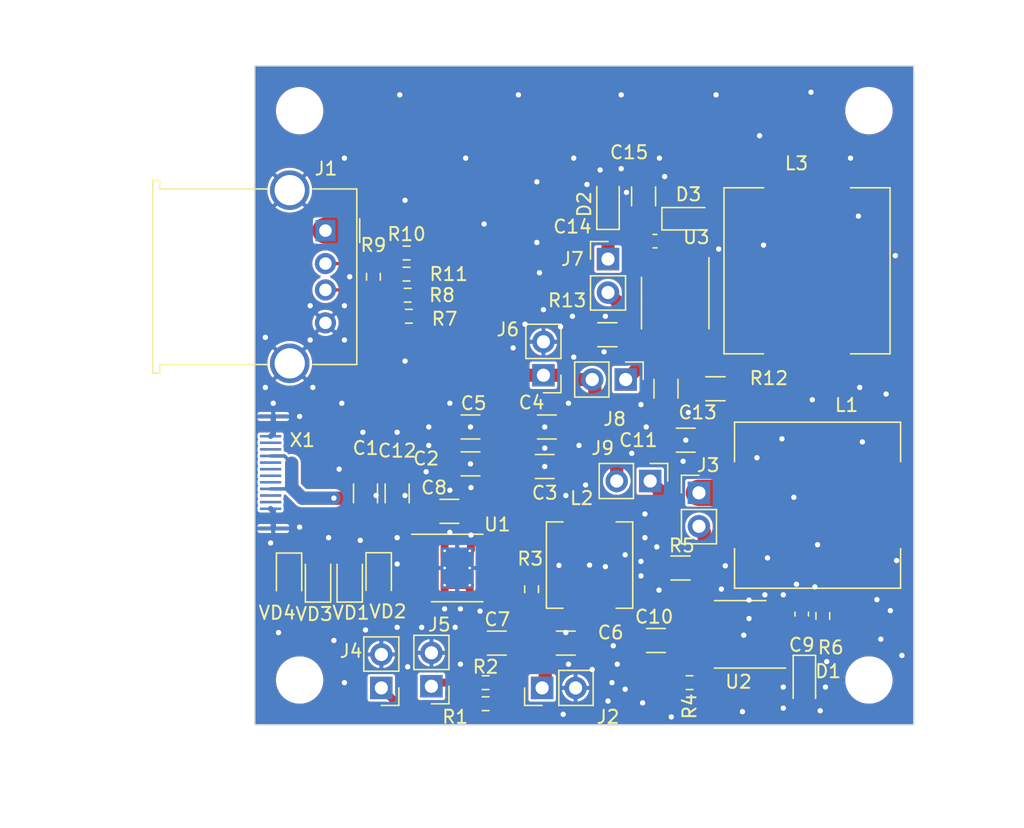
<source format=kicad_pcb>
(kicad_pcb (version 20221018) (generator pcbnew)
  (layers (0 "F.Cu" signal) (31 "B.Cu" signal) (34 "B.Paste" user) (35 "F.Paste" user) (36 "B.SilkS" user "B.Silkscreen") (37 "F.SilkS" user "F.Silkscreen") (38 "B.Mask" user) (39 "F.Mask" user) (44 "Edge.Cuts" user))
  (net 0 "")
  (net 1 "VBUS")
  (net 2 "GND")
  (net 3 "+5VP")
  (net 4 "Net-(J2-Pin_1)")
  (net 5 "Net-(U1-BAT)")
  (net 6 "Net-(U2-TC)")
  (net 7 "Net-(J3-Pin_1)")
  (net 8 "Net-(D1-K)")
  (net 9 "Net-(J4-Pin_1)")
  (net 10 "Net-(J3-Pin_2)")
  (net 11 "Net-(U1-SW)")
  (net 12 "Net-(U1-KEY)")
  (net 13 "Net-(U2-Ipk)")
  (net 14 "Net-(U1-LED3)")
  (net 15 "Net-(U1-LED1)")
  (net 16 "Net-(U1-LED2)")
  (net 17 "Net-(J1-D-)")
  (net 18 "Net-(J1-D+)")
  (net 35 "Net-(J5-Pin_1)")
  (net 37 "Net-(J9-Pin_1)")
  (net 38 "Net-(J8-Pin_1)")
  (net 39 "Net-(U3-TC)")
  (net 40 "Net-(D3-A)")
  (net 41 "Net-(D2-K)")
  (net 42 "Net-(J7-Pin_2)")
  (net 43 "Net-(U3-Ipk)")
  (footprint "Resistor_SMD:R_1206_3216Metric_Pad1.30x1.75mm_HandSolder" (layer "F.Cu") (at 63.95 41.3 180)
    (fp_text reference "R12")
    (fp_text value "0.15")
  )
  (footprint "Capacitor_SMD:C_1206_3216Metric_Pad1.33x1.80mm_HandSolder" (layer "F.Cu") (at 51.1625 44.2)
    (fp_text reference "C4")
    (fp_text value "22")
  )
  (footprint "Resistor_SMD:R_0603_1608Metric_Pad0.98x0.95mm_HandSolder" (layer "F.Cu") (at 40.5125 31)
    (fp_text reference "R10")
    (fp_text value "0.5")
  )
  (footprint "MountingHole:MountingHole_3.2mm_M3" (layer "F.Cu") (at 75.6 63.4)
    (fp_text reference "REF**" hide)
    (fp_text value "MountingHole_3.2mm_M3")
  )
  (footprint "Connector_PinHeader_2.54mm:PinHeader_1x02_P2.54mm_Vertical" (layer "F.Cu") (at 55.8 31.46)
    (fp_text reference "J7")
    (fp_text value "Conn_01x02")
  )
  (footprint "Smartphone_Fluovisor:FPC_12" (layer "F.Cu") (at 30.2 47.65 90)
    (fp_text reference "X1")
    (fp_text value "USB_C_24pins" hide)
  )
  (footprint "Package_SO:SOIC-8_3.9x4.9mm_P1.27mm" (layer "F.Cu") (at 60.9 34.8 -90)
    (fp_text reference "U3")
    (fp_text value "SC33063AD")
  )
  (footprint "Resistor_SMD:R_1206_3216Metric_Pad1.30x1.75mm_HandSolder" (layer "F.Cu") (at 55.75 37.2 180)
    (fp_text reference "R13")
    (fp_text value "0.33")
  )
  (footprint "Capacitor_SMD:C_1206_3216Metric_Pad1.33x1.80mm_HandSolder" (layer "F.Cu") (at 52.6 60.6)
    (fp_text reference "C6")
    (fp_text value "22")
  )
  (footprint "LED_SMD:LED_0805_2012Metric_Pad1.15x1.40mm_HandSolder" (layer "F.Cu") (at 36.2 55.625 90)
    (fp_text reference "VD1")
    (fp_text value "LED")
  )
  (footprint "Diode_SMD:D_SOD-323_HandSoldering" (layer "F.Cu") (at 55.8 27.2 90)
    (fp_text reference "D2")
    (fp_text value "1N5819WS")
  )
  (footprint "Resistor_SMD:R_1206_3216Metric_Pad1.30x1.75mm_HandSolder" (layer "F.Cu") (at 61.3 54.9 180)
    (fp_text reference "R5")
    (fp_text value "0.33")
  )
  (footprint "Capacitor_SMD:C_1206_3216Metric_Pad1.33x1.80mm_HandSolder" (layer "F.Cu") (at 60.2 41.3 -90)
    (fp_text reference "C13")
    (fp_text value "22")
  )
  (footprint "Capacitor_SMD:C_1206_3216Metric_Pad1.33x1.80mm_HandSolder" (layer "F.Cu") (at 39.8 49.2375 90)
    (fp_text reference "C12")
    (fp_text value "22")
  )
  (footprint "Capacitor_SMD:C_1206_3216Metric_Pad1.33x1.80mm_HandSolder" (layer "F.Cu") (at 43.7625 50.6)
    (fp_text reference "C8")
    (fp_text value "22")
  )
  (footprint "Connector_PinHeader_2.54mm:PinHeader_1x02_P2.54mm_Vertical" (layer "F.Cu") (at 50.9 40.275 180)
    (fp_text reference "J6")
    (fp_text value "Conn_01x02" hide)
  )
  (footprint "Capacitor_SMD:C_1206_3216Metric_Pad1.33x1.80mm_HandSolder" (layer "F.Cu") (at 45.3625 47 180)
    (fp_text reference "C2")
    (fp_text value "22")
  )
  (footprint "Resistor_SMD:R_0603_1608Metric_Pad0.98x0.95mm_HandSolder" (layer "F.Cu") (at 46.5125 63.6 180)
    (fp_text reference "R2")
    (fp_text value "10K")
  )
  (footprint "Package_SO:SOIC-8_3.9x4.9mm_P1.27mm" (layer "F.Cu") (at 65.825 59.935 180)
    (fp_text reference "U2")
    (fp_text value "SC33063AD" hide)
  )
  (footprint "Connector_PinHeader_2.54mm:PinHeader_1x02_P2.54mm_Vertical" (layer "F.Cu") (at 57.14 40.6 -90)
    (fp_text reference "J8")
    (fp_text value "Conn_01x02_Pin")
  )
  (footprint "Capacitor_SMD:C_1206_3216Metric_Pad1.33x1.80mm_HandSolder" (layer "F.Cu") (at 59.4375 60.4 180)
    (fp_text reference "C10")
    (fp_text value "22")
  )
  (footprint "Resistor_SMD:R_0603_1608Metric_Pad0.98x0.95mm_HandSolder" (layer "F.Cu") (at 50 56.5125 -90)
    (fp_text reference "R3")
    (fp_text value "0.5")
  )
  (footprint "Capacitor_SMD:C_1206_3216Metric_Pad1.33x1.80mm_HandSolder" (layer "F.Cu") (at 61.7 45.2 180)
    (fp_text reference "C11")
    (fp_text value "22")
  )
  (footprint "Capacitor_SMD:C_1206_3216Metric_Pad1.33x1.80mm_HandSolder" (layer "F.Cu") (at 51 47.2)
    (fp_text reference "C3")
    (fp_text value "22")
  )
  (footprint "Resistor_SMD:R_0603_1608Metric_Pad0.98x0.95mm_HandSolder" (layer "F.Cu") (at 72.1 58.535 90)
    (fp_text reference "R6")
    (fp_text value "10k")
  )
  (footprint "Connector_PinHeader_2.54mm:PinHeader_1x02_P2.54mm_Vertical" (layer "F.Cu") (at 62.7 49.195)
    (fp_text reference "J3")
    (fp_text value "Conn_01x02" hide)
  )
  (footprint "Capacitor_SMD:C_1206_3216Metric_Pad1.33x1.80mm_HandSolder" (layer "F.Cu") (at 45.3625 44.2 180)
    (fp_text reference "C5")
    (fp_text value "22")
  )
  (footprint "Connector_PinHeader_2.54mm:PinHeader_1x02_P2.54mm_Vertical" (layer "F.Cu") (at 38.6 64 180)
    (fp_text reference "J4")
    (fp_text value "Conn_01x02_Pin" hide)
  )
  (footprint "Capacitor_SMD:C_1206_3216Metric_Pad1.33x1.80mm_HandSolder" (layer "F.Cu") (at 47.3625 60.6 180)
    (fp_text reference "C7")
    (fp_text value "22")
  )
  (footprint "Inductor_SMD:L_12x12mm_H8mm" (layer "F.Cu") (at 71.7 50.135 180)
    (fp_text reference "L1")
    (fp_text value "1")
  )
  (footprint "LED_SMD:LED_0805_2012Metric_Pad1.15x1.40mm_HandSolder" (layer "F.Cu") (at 31.6 55.625 -90)
    (fp_text reference "VD4")
    (fp_text value "LED")
  )
  (footprint "MountingHole:MountingHole_3.2mm_M3" (layer "F.Cu") (at 32.4 20.2)
    (fp_text reference "REF**" hide)
    (fp_text value "MountingHole_3.2mm_M3")
  )
  (footprint "LED_SMD:LED_0805_2012Metric_Pad1.15x1.40mm_HandSolder" (layer "F.Cu") (at 38.4 55.6 -90)
    (fp_text reference "VD2")
    (fp_text value "LED")
  )
  (footprint "MountingHole:MountingHole_3.2mm_M3" (layer "F.Cu") (at 75.6 20.2)
    (fp_text reference "REF**" hide)
    (fp_text value "MountingHole_3.2mm_M3")
  )
  (footprint "Capacitor_SMD:C_0603_1608Metric_Pad1.08x0.95mm_HandSolder" (layer "F.Cu") (at 59.3625 30.1 180)
    (fp_text reference "C14")
    (fp_text value "2n2")
  )
  (footprint "Inductor_SMD:L_12x12mm_H8mm" (layer "F.Cu") (at 70.9 32.35 90)
    (fp_text reference "L3")
    (fp_text value "1")
  )
  (footprint "Resistor_SMD:R_0603_1608Metric_Pad0.98x0.95mm_HandSolder" (layer "F.Cu") (at 46.5125 65.2 180)
    (fp_text reference "R1")
    (fp_text value "20")
  )
  (footprint "Inductor_SMD:L_Vishay_IHLP-2525" (layer "F.Cu") (at 54.4 54.679 -90)
    (fp_text reference "L2")
    (fp_text value "1")
  )
  (footprint "LED_SMD:LED_0805_2012Metric_Pad1.15x1.40mm_HandSolder" (layer "F.Cu") (at 33.8 55.625 90)
    (fp_text reference "VD3")
    (fp_text value "LED")
  )
  (footprint "Resistor_SMD:R_0603_1608Metric_Pad0.98x0.95mm_HandSolder" (layer "F.Cu") (at 40.6 34.2 180)
    (fp_text reference "R8")
    (fp_text value "0.5")
  )
  (footprint "Capacitor_SMD:C_0603_1608Metric_Pad1.08x0.95mm_HandSolder" (layer "F.Cu") (at 70.5 58.3975 90)
    (fp_text reference "C9")
    (fp_text value "2n2")
  )
  (footprint "MountingHole:MountingHole_3.2mm_M3" (layer "F.Cu") (at 32.4 63.4)
    (fp_text reference "REF**" hide)
    (fp_text value "MountingHole_3.2mm_M3")
  )
  (footprint "Package_SO:HSOP-8-1EP_3.9x4.9mm_P1.27mm_EP2.41x3.1mm_ThermalVias" (layer "F.Cu") (at 44.355 54.9)
    (fp_text reference "U1")
    (fp_text value "~")
  )
  (footprint "Resistor_SMD:R_0603_1608Metric_Pad0.98x0.95mm_HandSolder" (layer "F.Cu") (at 40.5125 32.6 180)
    (fp_text reference "R11")
    (fp_text value "0.5")
  )
  (footprint "Diode_SMD:D_SOD-323_HandSoldering" (layer "F.Cu") (at 61.9 28.4)
    (fp_text reference "D3")
    (fp_text value "1N5819WS")
  )
  (footprint "Connector_PinHeader_2.54mm:PinHeader_1x02_P2.54mm_Vertical" (layer "F.Cu") (at 59 48.3 -90)
    (fp_text reference "J9")
    (fp_text value "Conn_01x02_Pin")
  )
  (footprint "Capacitor_SMD:C_1206_3216Metric_Pad1.33x1.80mm_HandSolder" (layer "F.Cu") (at 58.5 26.7 90)
    (fp_text reference "C15")
    (fp_text value "22")
  )
  (footprint "Resistor_SMD:R_0603_1608Metric_Pad0.98x0.95mm_HandSolder" (layer "F.Cu") (at 61.9875 63.6 180)
    (fp_text reference "R4")
    (fp_text value "0.15")
  )
  (footprint "Connector_PinHeader_2.54mm:PinHeader_1x02_P2.54mm_Vertical" (layer "F.Cu") (at 42.4 63.875 180)
    (fp_text reference "J5")
    (fp_text value "Conn_01x02_Pin" hide)
  )
  (footprint "Resistor_SMD:R_0603_1608Metric_Pad0.98x0.95mm_HandSolder" (layer "F.Cu") (at 38 32.8 -90)
    (fp_text reference "R9")
    (fp_text value "0.5")
  )
  (footprint "Resistor_SMD:R_0603_1608Metric_Pad0.98x0.95mm_HandSolder" (layer "F.Cu") (at 40.6875 35.8)
    (fp_text reference "R7")
    (fp_text value "0.5")
  )
  (footprint "Capacitor_SMD:C_1206_3216Metric_Pad1.33x1.80mm_HandSolder" (layer "F.Cu") (at 37.4 49.2375 90)
    (fp_text reference "C1")
    (fp_text value "22")
  )
  (footprint "Connector_USB:USB_A_Molex_67643_Horizontal" (layer "F.Cu") (at 34.36 29.3 -90)
    (fp_text reference "J1")
    (fp_text value "USB_A")
  )
  (footprint "Diode_SMD:D_SOD-323_HandSoldering" (layer "F.Cu") (at 70.7 63.535 -90)
    (fp_text reference "D1")
    (fp_text value "1N5819WS")
  )
  (footprint "Connector_PinHeader_2.54mm:PinHeader_1x02_P2.54mm_Vertical" (layer "F.Cu") (at 50.8 64 90)
    (fp_text reference "J2")
    (fp_text value "Conn_01x02_Pin" hide)
  )
  (gr_rect (start 29 16.8) (end 79 66.8) (stroke (width 0.1)) (fill none) (layer "Edge.Cuts"))
  (segment (start 35 49.6) (end 36.2 49.6) (width 1) (layer "F.Cu") (net 1))
  (segment (start 31.3 48.9) (end 30.2 48.9) (width 0.25) (layer "F.Cu") (net 1))
  (segment (start 31.8 48.8) (end 32.6 49.6) (width 1) (layer "F.Cu") (net 1))
  (segment (start 39.8 50.8) (end 42 50.8) (width 1) (layer "F.Cu") (net 1))
  (segment (start 42.2 52.5) (end 42.2 50.6) (width 1) (layer "F.Cu") (net 1))
  (segment (start 31.8 48.4) (end 31.8 48.8) (width 1) (layer "F.Cu") (net 1))
  (segment (start 36.2 49.6) (end 37.4 50.8) (width 1) (layer "F.Cu") (net 1))
  (segment (start 30.2 46.4) (end 31.25 46.4) (width 0.25) (layer "F.Cu") (net 1))
  (segment (start 41.705 52.995) (end 42.2 52.5) (width 0.6) (layer "F.Cu") (net 1))
  (segment (start 37.4 50.8) (end 39.8 50.8) (width 1) (layer "F.Cu") (net 1))
  (segment (start 31.25 46.4) (end 31.8 46.95) (width 0.25) (layer "F.Cu") (net 1))
  (segment (start 32.6 49.6) (end 36.2 49.6) (width 1) (layer "F.Cu") (net 1))
  (segment (start 42 50.8) (end 42.2 50.6) (width 1) (layer "F.Cu") (net 1))
  (segment (start 41.705 50.8) (end 39.8 50.8) (width 1) (layer "F.Cu") (net 1))
  (segment (start 31.8 48.4) (end 31.8 46.95) (width 1) (layer "F.Cu") (net 1))
  (segment (start 31.8 48.4) (end 31.3 48.9) (width 0.25) (layer "F.Cu") (net 1))
  (via (at 35 49.6) (size 0.8) (drill 0.4) (layers "F.Cu" "B.Cu") (net 1))
  (segment (start 31.8 48.4) (end 31.6 48.6) (width 0.25) (layer "B.Cu") (net 1))
  (segment (start 31.3 48.9) (end 30.2 48.9) (width 0.25) (layer "B.Cu") (net 1))
  (segment (start 31.6 48.6) (end 31.3 48.9) (width 0.25) (layer "B.Cu") (net 1))
  (segment (start 31.25 46.4) (end 31.8 46.95) (width 0.25) (layer "B.Cu") (net 1))
  (segment (start 32.6 49.6) (end 31.8 48.8) (width 1) (layer "B.Cu") (net 1))
  (segment (start 35 49.6) (end 32.6 49.6) (width 1) (layer "B.Cu") (net 1))
  (segment (start 30.2 46.4) (end 31.25 46.4) (width 0.25) (layer "B.Cu") (net 1))
  (segment (start 31.8 46.95) (end 31.8 48.4) (width 0.25) (layer "B.Cu") (net 1))
  (segment (start 31.8 48.8) (end 31.8 46.95) (width 1) (layer "B.Cu") (net 1))
  (segment (start 43.4 53.6) (end 43.4 53.945) (width 0.6) (layer "F.Cu") (net 2))
  (segment (start 30.4 43.4) (end 30.4 44.7) (width 0.4) (layer "F.Cu") (net 2))
  (segment (start 43.4 58) (end 43.4 56.2) (width 0.6) (layer "F.Cu") (net 2))
  (segment (start 45.31 53.945) (end 44.355 54.9) (width 0.6) (layer "F.Cu") (net 2))
  (segment (start 46.090077 58.173953) (end 45.31 57.393876) (width 0.6) (layer "F.Cu") (net 2))
  (segment (start 45.31 53.6) (end 45.31 54.9) (width 0.6) (layer "F.Cu") (net 2))
  (segment (start 30.4 44.7) (end 30.2 44.9) (width 0.4) (layer "F.Cu") (net 2))
  (segment (start 45.4 52.4) (end 45.4 53.51) (width 0.6) (layer "F.Cu") (net 2))
  (segment (start 45.31 54.9) (end 45.31 56.2) (width 0.6) (layer "F.Cu") (net 2))
  (segment (start 43.8 52.2) (end 43.4 52.6) (width 0.6) (layer "F.Cu") (net 2))
  (segment (start 45.31 56.2) (end 43.4 56.2) (width 0.6) (layer "F.Cu") (net 2))
  (segment (start 30.4 51.9) (end 30.4 50.6) (width 0.4) (layer "F.Cu") (net 2))
  (segment (start 45.31 53.6) (end 45.31 53.945) (width 0.6) (layer "F.Cu") (net 2))
  (segment (start 43.4 56.2) (end 43.4 54.9) (width 0.6) (layer "F.Cu") (net 2))
  (segment (start 45.31 57.393876) (end 45.31 56.2) (width 0.6) (layer "F.Cu") (net 2))
  (segment (start 43.4 54.9) (end 43.4 53.6) (width 0.6) (layer "F.Cu") (net 2))
  (segment (start 43.4 52.6) (end 43.4 53.6) (width 0.6) (layer "F.Cu") (net 2))
  (segment (start 45.4 53.51) (end 45.31 53.6) (width 0.6) (layer "F.Cu") (net 2))
  (segment (start 30.4 50.6) (end 30.2 50.4) (width 0.4) (layer "F.Cu") (net 2))
  (segment (start 43.4 53.945) (end 44.355 54.9) (width 0.6) (layer "F.Cu") (net 2))
  (via (at 74.2 23.8) (size 0.8) (drill 0.4) (layers "F.Cu" "B.Cu") (net 2))
  (via (at 44.6 62.2) (size 0.8) (drill 0.4) (layers "F.Cu" "B.Cu") (net 2))
  (via (at 70.1 56.135) (size 0.8) (drill 0.4) (layers "F.Cu" "B.Cu") (net 2))
  (via (at 33.2 35) (size 0.8) (drill 0.4) (layers "F.Cu" "B.Cu") (net 2))
  (via (at 35.8 63.6) (size 0.8) (drill 0.4) (layers "F.Cu" "B.Cu") (net 2))
  (via (at 58.3 42.5) (size 0.8) (drill 0.4) (layers "F.Cu" "B.Cu") (net 2))
  (via (at 33.4 41.2) (size 0.8) (drill 0.4) (layers "F.Cu" "B.Cu") (net 2))
  (via (at 59.7 23.8) (size 0.8) (drill 0.4) (layers "F.Cu" "B.Cu") (net 2))
  (via (at 45.3625 44.2) (size 0.8) (drill 0.4) (layers "F.Cu" "B.Cu") (net 2))
  (via (at 66.5 57.335) (size 0.8) (drill 0.4) (layers "F.Cu" "B.Cu") (net 2))
  (via (at 44.2 59.4) (size 0.8) (drill 0.4) (layers "F.Cu" "B.Cu") (net 2))
  (via (at 45.4 48.8) (size 0.8) (drill 0.4) (layers "F.Cu" "B.Cu") (net 2))
  (via (at 51 47.2) (size 0.8) (drill 0.4) (layers "F.Cu" "B.Cu") (net 2))
  (via (at 37.4 59.6) (size 0.8) (drill 0.4) (layers "F.Cu" "B.Cu") (net 2))
  (via (at 56.8 19) (size 0.8) (drill 0.4) (layers "F.Cu" "B.Cu") (net 2))
  (via (at 58.3 54.4) (size 0.8) (drill 0.4) (layers "F.Cu" "B.Cu") (net 2))
  (via (at 30.4 42.4) (size 0.8) (drill 0.4) (layers "F.Cu" "B.Cu") (net 2))
  (via (at 35.8 35) (size 0.8) (drill 0.4) (layers "F.Cu" "B.Cu") (net 2))
  (via (at 61.9 43.1) (size 0.8) (drill 0.4) (layers "F.Cu" "B.Cu") (net 2))
  (via (at 58.425 65.135) (size 0.8) (drill 0.4) (layers "F.Cu" "B.Cu") (net 2))
  (via (at 72.3 63.935) (size 0.8) (drill 0.4) (layers "F.Cu" "B.Cu") (net 2))
  (via (at 53.2 38.9) (size 0.8) (drill 0.4) (layers "F.Cu" "B.Cu") (net 2))
  (via (at 56.5 62.2) (size 0.8) (drill 0.4) (layers "F.Cu" "B.Cu") (net 2))
  (via (at 39.8 54.6) (size 0.8) (drill 0.4) (layers "F.Cu" "B.Cu") (net 2))
  (via (at 59.667766 56.5755) (size 0.8) (drill 0.4) (layers "F.Cu" "B.Cu") (net 2))
  (via (at 77.6 31.2) (size 0.8) (drill 0.4) (layers "F.Cu" "B.Cu") (net 2))
  (via (at 53.6 45.6) (size 0.8) (drill 0.4) (layers "F.Cu" "B.Cu") (net 2))
  (via (at 46.4 28.8) (size 0.8) (drill 0.4) (layers "F.Cu" "B.Cu") (net 2))
  (via (at 74.8 28.2) (size 0.8) (drill 0.4) (layers "F.Cu" "B.Cu") (net 2))
  (via (at 60.1 25.2) (size 0.8) (drill 0.4) (layers "F.Cu" "B.Cu") (net 2))
  (via (at 74.9 41.2) (size 0.8) (drill 0.4) (layers "F.Cu" "B.Cu") (net 2))
  (via (at 67.3 22.1) (size 0.8) (drill 0.4) (layers "F.Cu" "B.Cu") (net 2))
  (via (at 33.2 37.6) (size 0.8) (drill 0.4) (layers "F.Cu" "B.Cu") (net 2))
  (via (at 71.3 42.135) (size 0.8) (drill 0.4) (layers "F.Cu" "B.Cu") (net 2))
  (via (at 34.6 52.6) (size 0.8) (drill 0.4) (layers "F.Cu" "B.Cu") (net 2))
  (via (at 71.9 65.735) (size 0.8) (drill 0.4) (layers "F.Cu" "B.Cu") (net 2))
  (via (at 67.7 56.935) (size 0.8) (drill 0.4) (layers "F.Cu" "B.Cu") (net 2))
  (via (at 77.7 54.335) (size 0.8) (drill 0.4) (layers "F.Cu" "B.Cu") (net 2))
  (via (at 40.4 49.4) (size 0.8) (drill 0.4) (layers "F.Cu" "B.Cu") (net 2))
  (via (at 69.9 49.535) (size 0.8) (drill 0.4) (layers "F.Cu" "B.Cu") (net 2))
  (via (at 71.5 56.335) (size 0.8) (drill 0.4) (layers "F.Cu" "B.Cu") (net 2))
  (via (at 61.5 46.8) (size 0.8) (drill 0.4) (layers "F.Cu" "B.Cu") (net 2))
  (via (at 59.5 53.3) (size 0.8) (drill 0.4) (layers "F.Cu" "B.Cu") (net 2))
  (via (at 52.6 49.4) (size 0.8) (drill 0.4) (layers "F.Cu" "B.Cu") (net 2))
  (via (at 52.080675 54.703168) (size 0.8) (drill 0.4) (layers "F.Cu" "B.Cu") (net 2))
  (via (at 72.4 62) (size 0.8) (drill 0.4) (layers "F.Cu" "B.Cu") (net 2))
  (via (at 69.1 63.935) (size 0.8) (drill 0.4) (layers "F.Cu" "B.Cu") (net 2))
  (via (at 67.6 30.4) (size 0.8) (drill 0.4) (layers "F.Cu" "B.Cu") (net 2))
  (via (at 57.1 53.9) (size 0.8) (drill 0.4) (layers "F.Cu" "B.Cu") (net 2))
  (via (at 39.8 52.6) (size 0.8) (drill 0.4) (layers "F.Cu" "B.Cu") (net 2))
  (via (at 38.2 49.4) (size 0.8) (drill 0.4) (layers "F.Cu" "B.Cu") (net 2))
  (via (at 42 47.6) (size 0.8) (drill 0.4) (layers "F.Cu" "B.Cu") (net 2))
  (via (at 40.6 62.4) (size 0.8) (drill 0.4) (layers "F.Cu" "B.Cu") (net 2))
  (via (at 71.7 53.135) (size 0.8) (drill 0.4) (layers "F.Cu" "B.Cu") (net 2))
  (via (at 51 44.2) (size 0.8) (drill 0.4) (layers "F.Cu" "B.Cu") (net 2))
  (via (at 37 52.8) (size 0.8) (drill 0.4) (layers "F.Cu" "B.Cu") (net 2))
  (via (at 50.4 30.2) (size 0.8) (drill 0.4) (layers "F.Cu" "B.Cu") (net 2))
  (via (at 66 65.8) (size 0.8) (drill 0.4) (layers "F.Cu" "B.Cu") (net 2))
  (via (at 32.4 43.4) (size 0.8) (drill 0.4) (layers "F.Cu" "B.Cu") (net 2))
  (via (at 54.6 62.6) (size 0.8) (drill 0.4) (layers "F.Cu" "B.Cu") (net 2))
  (via (at 64.4 56.5) (size 0.8) (drill 0.4) (layers "F.Cu" "B.Cu") (net 2))
  (via (at 53.1 35.8) (size 0.8) (drill 0.4) (layers "F.Cu" "B.Cu") (net 2))
  (via (at 55.6 35.8) (size 0.8) (drill 0.4) (layers "F.Cu" "B.Cu") (net 2))
  (via (at 50.9 35.3) (size 0.8) (drill 0.4) (layers "F.Cu" "B.Cu") (net 2))
  (via (at 77.225 58.135) (size 0.8) (drill 0.4) (layers "F.Cu" "B.Cu") (net 2))
  (via (at 52.4 66) (size 0.8) (drill 0.4) (layers "F.Cu" "B.Cu") (net 2))
  (via (at 56.2 60.8) (size 0.8) (drill 0.4) (layers "F.Cu" "B.Cu") (net 2))
  (via (at 53.2 23.8) (size 0.8) (drill 0.4) (layers "F.Cu" "B.Cu") (net 2))
  (via (at 36.2 32.8) (size 0.8) (drill 0.4) (layers "F.Cu" "B.Cu") (net 2))
  (via (at 52.2 36.6) (size 0.8) (drill 0.4) (layers "F.Cu" "B.Cu") (net 2))
  (via (at 58.6 50.8) (size 0.8) (drill 0.4) (layers "F.Cu" "B.Cu") (net 2))
  (via (at 76.5 60.3) (size 0.8) (drill 0.4) (layers "F.Cu" "B.Cu") (net 2))
  (via (at 45.4 52.4) (size 0.8) (drill 0.4) (layers "F.Cu" "B.Cu") (net 2))
  (via (at 46.090077 58.173953) (size 0.8) (drill 0.4) (layers "F.Cu" "B.Cu") (net 2))
  (via (at 67.1 46.535) (size 0.8) (drill 0.4) (layers "F.Cu" "B.Cu") (net 2))
  (via (at 44.6 58) (size 0.8) (drill 0.4) (layers "F.Cu" "B.Cu") (net 2))
  (via (at 43.8 49) (size 0.8) (drill 0.4) (layers "F.Cu" "B.Cu") (net 2))
  (via (at 58.3 55.5) (size 0.8) (drill 0.4) (layers "F.Cu" "B.Cu") (net 2))
  (via (at 57.2 26.4) (size 0.8) (drill 0.4) (layers "F.Cu" "B.Cu") (net 2))
  (via (at 39.8 44.6) (size 0.8) (drill 0.4) (layers "F.Cu" "B.Cu") (net 2))
  (via (at 64.2 30.7) (size 0.8) (drill 0.4) (layers "F.Cu" "B.Cu") (net 2))
  (via (at 56.8 24.6) (size 0.8) (drill 0.4) (layers "F.Cu" "B.Cu") (net 2))
  (via (at 37.2 44.6) (size 0.8) (drill 0.4) (layers "F.Cu" "B.Cu") (net 2))
  (via (at 52.6 59.8) (size 0.8) (drill 0.4) (layers "F.Cu" "B.Cu") (net 2))
  (via (at 69.1 56.935) (size 0.8) (drill 0.4) (layers "F.Cu" "B.Cu") (net 2))
  (via (at 35.8 23.8) (size 0.8) (drill 0.4) (layers "F.Cu" "B.Cu") (net 2))
  (via (at 30.2 53) (size 0.8) (drill 0.4) (layers "F.Cu" "B.Cu") (net 2))
  (via (at 42.2 44.2) (size 0.8) (drill 0.4) (layers "F.Cu" "B.Cu") (net 2))
  (via (at 67.9 54.135) (size 0.8) (drill 0.4) (layers "F.Cu" "B.Cu") (net 2))
  (via (at 54.4 54.679) (size 0.8) (drill 0.4) (layers "F.Cu" "B.Cu") (net 2))
  (via (at 60.6 66.2) (size 0.8) (drill 0.4) (layers "F.Cu" "B.Cu") (net 2))
  (via (at 66.5 58.735) (size 0.8) (drill 0.4) (layers "F.Cu" "B.Cu") (net 2))
  (via (at 29.8 41.2) (size 0.8) (drill 0.4) (layers "F.Cu" "B.Cu") (net 2))
  (via (at 55.5 38.5) (size 0.8) (drill 0.4) (layers "F.Cu" "B.Cu") (net 2))
  (via (at 55.8 65) (size 0.8) (drill 0.4) (layers "F.Cu" "B.Cu") (net 2))
  (via (at 52.8 42.4) (size 0.8) (drill 0.4) (layers "F.Cu" "B.Cu") (net 2))
  (via (at 32.4 51.8) (size 0.8) (drill 0.4) (layers "F.Cu" "B.Cu") (net 2))
  (via (at 43.8 42.4) (size 0.8) (drill 0.4) (layers "F.Cu" "B.Cu") (net 2))
  (via (at 35 60.4) (size 0.8) (drill 0.4) (layers "F.Cu" "B.Cu") (net 2))
  (via (at 41.662015 59.405426) (size 0.8) (drill 0.4) (layers "F.Cu" "B.Cu") (net 2))
  (via (at 75.1 45.335) (size 0.8) (drill 0.4) (layers "F.Cu" "B.Cu") (net 2))
  (via (at 61.7 45.2) (size 0.8) (drill 0.4) (layers "F.Cu" "B.Cu") (net 2))
  (via (at 49.5 36.4) (size 0.8) (drill 0.4) (layers "F.Cu" "B.Cu") (net 2))
  (via (at 69.1 65.535) (size 0.8) (drill 0.4) (layers "F.Cu" "B.Cu") (net 2))
  (via (at 54.1 48.6) (size 0.8) (drill 0.4) (layers "F.Cu" "B.Cu") (net 2))
  (via (at 57.6 46.2) (size 0.8) (drill 0.4) (layers "F.Cu" "B.Cu") (net 2))
  (via (at 64.7 54.735) (size 0.8) (drill 0.4) (layers "F.Cu" "B.Cu") (net 2))
  (via (at 29.8 37.4) (size 0.8) (drill 0.4) (layers "F.Cu" "B.Cu") (net 2))
  (via (at 78.1 61.535) (size 0.8) (drill 0.4) (layers "F.Cu" "B.Cu") (net 2))
  (via (at 76.2 57.3) (size 0.8) (drill 0.4) (layers "F.Cu" "B.Cu") (net 2))
  (via (at 58.7 44.2) (size 0.8) (drill 0.4) (layers "F.Cu" "B.Cu") (net 2))
  (via (at 40.4 39.2) (size 0.8) (drill 0.4) (layers "F.Cu" "B.Cu") (net 2))
  (via (at 57.1 64.1) (size 0.8) (drill 0.4) (layers "F.Cu" "B.Cu") (net 2))
  (via (at 40 19) (size 0.8) (drill 0.4) (layers "F.Cu" "B.Cu") (net 2))
  (via (at 45 23.8) (size 0.8) (drill 0.4) (layers "F.Cu" "B.Cu") (net 2))
  (via (at 45.3625 47) (size 0.8) (drill 0.4) (layers "F.Cu" "B.Cu") (net 2))
  (via (at 52.8 62.2) (size 0.8) (drill 0.4) (layers "F.Cu" "B.Cu") (net 2))
  (via (at 49 19) (size 0.8) (drill 0.4) (layers "F.Cu" "B.Cu") (net 2))
  (via (at 35.6 42.4) (size 0.8) (drill 0.4) (layers "F.Cu" "B.Cu") (net 2))
  (via (at 55.6 54.8) (size 0.8) (drill 0.4) (layers "F.Cu" "B.Cu") (net 2))
  (via (at 30.8 59.8) (size 0.8) (drill 0.4) (layers "F.Cu" "B.Cu") (net 2))
  (via (at 39.8 59.4) (size 0.8) (drill 0.4) (layers "F.Cu" "B.Cu") (net 2))
  (via (at 69 45.1) (size 0.8) (drill 0.4) (layers "F.Cu" "B.Cu") (net 2))
  (via (at 66.1 60) (size 0.8) (drill 0.4) (layers "F.Cu" "B.Cu") (net 2))
  (via (at 58.6 52.6) (size 0.8) (drill 0.4) (layers "F.Cu" "B.Cu") (net 2))
  (via (at 35.8 37.6) (size 0.8) (drill 0.4) (layers "F.Cu" "B.Cu") (net 2))
  (via (at 55.2 24.7) (size 0.8) (drill 0.4) (layers "F.Cu" "B.Cu") (net 2))
  (via (at 56.1 63.6) (size 0.8) (drill 0.4) (layers "F.Cu" "B.Cu") (net 2))
  (via (at 54.2 25.8) (size 0.8) (drill 0.4) (layers "F.Cu" "B.Cu") (net 2))
  (via (at 71.2 18.8) (size 0.8) (drill 0.4) (layers "F.Cu" "B.Cu") (net 2))
  (via (at 42.2 45.6) (size 0.8) (drill 0.4) (layers "F.Cu" "B.Cu") (net 2))
  (via (at 64 19) (size 0.8) (drill 0.4) (layers "F.Cu" "B.Cu") (net 2))
  (via (at 51 45.8) (size 0.8) (drill 0.4) (layers "F.Cu" "B.Cu") (net 2))
  (via (at 40.4 27) (size 0.8) (drill 0.4) (layers "F.Cu" "B.Cu") (net 2))
  (via (at 50.6 32.5) (size 0.8) (drill 0.4) (layers "F.Cu" "B.Cu") (net 2))
  (via (at 43.4 58) (size 0.8) (drill 0.4) (layers "F.Cu" "B.Cu") (net 2))
  (via (at 50.4 25.6) (size 0.8) (drill 0.4) (layers "F.Cu" "B.Cu") (net 2))
  (via (at 48.6 38.2) (size 0.8) (drill 0.4) (layers "F.Cu" "B.Cu") (net 2))
  (via (at 35.4 47.4) (size 0.8) (drill 0.4) (layers "F.Cu" "B.Cu") (net 2))
  (via (at 76.9 41.7) (size 0.8) (drill 0.4) (layers "F.Cu" "B.Cu") (net 2))
  (via (at 43.8 52.2) (size 0.8) (drill 0.4) (layers "F.Cu" "B.Cu") (net 2))
  (segment (start 30.4 50.6) (end 30.2 50.4) (width 0.4) (layer "B.Cu") (net 2))
  (segment (start 30.4 44.7) (end 30.2 44.9) (width 0.4) (layer "B.Cu") (net 2))
  (segment (start 30.4 43.4) (end 30.4 44.7) (width 0.4) (layer "B.Cu") (net 2))
  (segment (start 30.4 51.9) (end 30.4 50.6) (width 0.4) (layer "B.Cu") (net 2))
  (segment (start 47.005 52.995) (end 47.8 52.2) (width 0.6) (layer "F.Cu") (net 3))
  (segment (start 47.8 52.2) (end 47.8 47.875) (width 1) (layer "F.Cu") (net 3))
  (segment (start 48.2 40.4) (end 48.2 42.4) (width 1) (layer "F.Cu") (net 3))
  (segment (start 48.2 44) (end 48.4 44.2) (width 1) (layer "F.Cu") (net 3))
  (segment (start 54.8 40.8) (end 54.6 40.6) (width 1) (layer "F.Cu") (net 3))
  (segment (start 43.4 35.6) (end 44.8875 37.0875) (width 2) (layer "F.Cu") (net 3))
  (segment (start 53.1 40.6) (end 54.6 40.6) (width 1) (layer "F.Cu") (net 3))
  (segment (start 56.46 48.3) (end 56.46 47.06) (width 1) (layer "F.Cu") (net 3))
  (segment (start 50.9 40.275) (end 48.325 40.275) (width 1) (layer "F.Cu") (net 3))
  (segment (start 49.2375 47) (end 49.4375 47.2) (width 1) (layer "F.Cu") (net 3))
  (segment (start 38 29.3) (end 34.36 29.3) (width 2) (layer "F.Cu") (net 3))
  (segment (start 48.4 44.2) (end 49.6 44.2) (width 1) (layer "F.Cu") (net 3))
  (segment (start 43.2 35.8) (end 43.4 35.6) (width 0.3) (layer "F.Cu") (net 3))
  (segment (start 44.4 36.6) (end 44.8875 37.0875) (width 0.25) (layer "F.Cu") (net 3))
  (segment (start 48.325 40.275) (end 48.2 40.4) (width 1) (layer "F.Cu") (net 3))
  (segment (start 38.025 29.325) (end 38 29.3) (width 0.25) (layer "F.Cu") (net 3))
  (segment (start 42.5 29.3) (end 43.4 30.2) (width 2) (layer "F.Cu") (net 3))
  (segment (start 41.4 29.3) (end 42.5 29.3) (width 2) (layer "F.Cu") (net 3))
  (segment (start 43.4 30.2) (end 43.4 35.6) (width 2) (layer "F.Cu") (net 3))
  (segment (start 41.625 35.8) (end 43.2 35.8) (width 0.3) (layer "F.Cu") (net 3))
  (segment (start 48.2 40.4) (end 44.8875 37.0875) (width 2) (layer "F.Cu") (net 3))
  (segment (start 54.8 45.4) (end 54.8 40.8) (width 1) (layer "F.Cu") (net 3))
  (segment (start 38 29.3) (end 41.4 29.3) (width 2) (layer "F.Cu") (net 3))
  (segment (start 52.775 40.275) (end 53.1 40.6) (width 1) (layer "F.Cu") (net 3))
  (segment (start 48.2 42.4) (end 48.2 44) (width 1) (layer "F.Cu") (net 3))
  (segment (start 46.925 47) (end 49.2375 47) (width 1) (layer "F.Cu") (net 3))
  (segment (start 46.925 44.2) (end 48.4 44.2) (width 1) (layer "F.Cu") (net 3))
  (segment (start 41.425 31) (end 41.425 29.325) (width 0.3) (layer "F.Cu") (net 3))
  (segment (start 56.46 47.06) (end 54.8 45.4) (width 1) (layer "F.Cu") (net 3))
  (segment (start 46.925 47) (end 46.925 44.2) (width 1) (layer "F.Cu") (net 3))
  (segment (start 47.8 47.875) (end 46.925 47) (width 1) (layer "F.Cu") (net 3))
  (segment (start 41.425 29.325) (end 41.4 29.3) (width 0.3) (layer "F.Cu") (net 3))
  (segment (start 50.9 40.275) (end 52.775 40.275) (width 1) (layer "F.Cu") (net 3))
  (segment (start 51.0375 58.7625) (end 52.2 57.6) (width 1) (layer "F.Cu") (net 4))
  (segment (start 51.0375 60.6) (end 51.0375 63.7625) (width 1) (layer "F.Cu") (net 4))
  (segment (start 51.0375 63.7625) (end 50.8 64) (width 1) (layer "F.Cu") (net 4))
  (segment (start 51.0375 60.6) (end 51.0375 58.7625) (width 1) (layer "F.Cu") (net 4))
  (segment (start 52.2 57.6) (end 50.175 57.6) (width 1) (layer "F.Cu") (net 4))
  (segment (start 50.175 57.6) (end 50 57.425) (width 1) (layer "F.Cu") (net 4))
  (segment (start 54.4 57.6) (end 52.2 57.6) (width 1) (layer "F.Cu") (net 4))
  (segment (start 50 55.6) (end 47.869999 55.6) (width 0.6) (layer "F.Cu") (net 5))
  (segment (start 48.925 60.6) (end 48.8 60.475) (width 0.6) (layer "F.Cu") (net 5))
  (segment (start 48.8 60.475) (end 48.8 55.6) (width 0.6) (layer "F.Cu") (net 5))
  (segment (start 47.869999 55.6) (end 47.804999 55.535) (width 0.6) (layer "F.Cu") (net 5))
  (segment (start 47.804999 55.535) (end 47.005 55.535) (width 0.6) (layer "F.Cu") (net 5))
  (segment (start 72.1 57.735) (end 72.1 57.942406) (width 0.6) (layer "F.Cu") (net 6))
  (segment (start 72.1 57.942406) (end 70.707406 59.335) (width 0.4) (layer "F.Cu") (net 6))
  (segment (start 70.46 59.3) (end 70.625 59.135) (width 0.6) (layer "F.Cu") (net 6))
  (segment (start 70.707406 59.335) (end 70.7 59.335) (width 0.6) (layer "F.Cu") (net 6))
  (segment (start 68.3 59.3) (end 70.46 59.3) (width 0.6) (layer "F.Cu") (net 6))
  (segment (start 64.7 49.195) (end 66.01 49.195) (width 2) (layer "F.Cu") (net 7))
  (segment (start 66.01 49.195) (end 66.75 49.935) (width 2) (layer "F.Cu") (net 7))
  (segment (start 62.7 49.195) (end 64.7 49.195) (width 2) (layer "F.Cu") (net 7))
  (segment (start 64.7 46.6375) (end 63.2625 45.2) (width 1) (layer "F.Cu") (net 7))
  (segment (start 64.7 49.195) (end 64.7 46.6375) (width 1) (layer "F.Cu") (net 7))
  (segment (start 73.3 60.535) (end 74.3 59.535) (width 2) (layer "F.Cu") (net 8))
  (segment (start 68.3 60.57) (end 70.5 60.57) (width 1) (layer "F.Cu") (net 8))
  (segment (start 74.45 59.385) (end 74.3 59.535) (width 2) (layer "F.Cu") (net 8))
  (segment (start 74.45 52.335) (end 74.45 59.385) (width 2) (layer "F.Cu") (net 8))
  (segment (start 74.3 52.335) (end 74.45 52.335) (width 1) (layer "F.Cu") (net 8))
  (segment (start 72.1 60.245) (end 72.1 59.36) (width 0.6) (layer "F.Cu") (net 8))
  (segment (start 74.45 52.335) (end 76.65 50.135) (width 2) (layer "F.Cu") (net 8))
  (segment (start 70.7 60.835) (end 70.5 60.635) (width 1) (layer "F.Cu") (net 8))
  (segment (start 72.39 60.535) (end 73.3 60.535) (width 1) (layer "F.Cu") (net 8))
  (segment (start 70.7 62.085) (end 70.7 60.835) (width 1) (layer "F.Cu") (net 8))
  (segment (start 70.5 60.57) (end 72.425 60.57) (width 1) (layer "F.Cu") (net 8))
  (segment (start 45.6 65.2) (end 45.575 65.225) (width 0.6) (layer "F.Cu") (net 9))
  (segment (start 45.575 65.225) (end 39.825 65.225) (width 0.6) (layer "F.Cu") (net 9))
  (segment (start 39.825 65.225) (end 38.6 64) (width 0.6) (layer "F.Cu") (net 9))
  (segment (start 62.9 56.0475) (end 62.9 57.58) (width 1) (layer "F.Cu") (net 10))
  (segment (start 62.85 54.9) (end 62.85 55.935) (width 1) (layer "F.Cu") (net 10))
  (segment (start 63.1 54.65) (end 62.85 54.9) (width 1) (layer "F.Cu") (net 10))
  (segment (start 62.9 57.58) (end 63.35 58.03) (width 0.6) (layer "F.Cu") (net 10))
  (segment (start 62.7 51.735) (end 63.1 52.135) (width 1) (layer "F.Cu") (net 10))
  (segment (start 63.1 52.135) (end 63.1 54.65) (width 1) (layer "F.Cu") (net 10))
  (segment (start 48.135 54.265) (end 47.005 54.265) (width 0.6) (layer "F.Cu") (net 11))
  (segment (start 50.642 51.758) (end 48.135 54.265) (width 0.6) (layer "F.Cu") (net 11))
  (segment (start 54.4 51.758) (end 50.642 51.758) (width 0.6) (layer "F.Cu") (net 11))
  (segment (start 47.425 57.225) (end 47.425 63.6) (width 0.5) (layer "F.Cu") (net 12))
  (segment (start 47.005 56.805) (end 47.425 57.225) (width 0.5) (layer "F.Cu") (net 12))
  (segment (start 47.425 63.6) (end 47.425 65.2) (width 0.5) (layer "F.Cu") (net 12))
  (segment (start 64.935 60.57) (end 65.8825 61.5175) (width 0.6) (layer "F.Cu") (net 13))
  (segment (start 65.8825 61.5175) (end 66.205 61.84) (width 0.6) (layer "F.Cu") (net 13))
  (segment (start 62.9 63.6) (end 63.8 63.6) (width 0.5) (layer "F.Cu") (net 13))
  (segment (start 63.8 63.6) (end 65.8825 61.5175) (width 0.5) (layer "F.Cu") (net 13))
  (segment (start 63.35 60.57) (end 64.935 60.57) (width 0.6) (layer "F.Cu") (net 13))
  (segment (start 66.205 61.84) (end 68.3 61.84) (width 0.6) (layer "F.Cu") (net 13))
  (segment (start 36.225 56.625) (end 36.2 56.65) (width 0.5) (layer "F.Cu") (net 14))
  (segment (start 38.58 56.805) (end 38.4 56.625) (width 0.5) (layer "F.Cu") (net 14))
  (segment (start 41.705 56.805) (end 38.58 56.805) (width 0.5) (layer "F.Cu") (net 14))
  (segment (start 36.2 56.65) (end 33.8 56.65) (width 0.5) (layer "F.Cu") (net 14))
  (segment (start 33.8 56.65) (end 31.6 56.65) (width 0.5) (layer "F.Cu") (net 14))
  (segment (start 38.4 56.625) (end 36.225 56.625) (width 0.5) (layer "F.Cu") (net 14))
  (segment (start 41.705 54.265) (end 40.665 54.265) (width 0.5) (layer "F.Cu") (net 15))
  (segment (start 39.375 53.6) (end 38.4 54.575) (width 0.5) (layer "F.Cu") (net 15))
  (segment (start 40.65 54.25) (end 40.65 54.247918) (width 0.5) (layer "F.Cu") (net 15))
  (segment (start 38.4 54.575) (end 36.225 54.575) (width 0.5) (layer "F.Cu") (net 15))
  (segment (start 40.002082 53.6) (end 39.375 53.6) (width 0.5) (layer "F.Cu") (net 15))
  (segment (start 40.665 54.265) (end 40.65 54.25) (width 0.5) (layer "F.Cu") (net 15))
  (segment (start 36.225 54.575) (end 36.2 54.6) (width 0.5) (layer "F.Cu") (net 15))
  (segment (start 40.65 54.247918) (end 40.002082 53.6) (width 0.5) (layer "F.Cu") (net 15))
  (segment (start 33.8 54.6) (end 31.6 54.6) (width 0.5) (layer "F.Cu") (net 16))
  (segment (start 41.705 55.535) (end 41.64 55.6) (width 0.5) (layer "F.Cu") (net 16))
  (segment (start 34.825 55.625) (end 33.8 54.6) (width 0.5) (layer "F.Cu") (net 16))
  (segment (start 37.2 55.6) (end 37.175 55.625) (width 0.5) (layer "F.Cu") (net 16))
  (segment (start 37.175 55.625) (end 34.825 55.625) (width 0.5) (layer "F.Cu") (net 16))
  (segment (start 41.64 55.6) (end 37.2 55.6) (width 0.5) (layer "F.Cu") (net 16))
  (segment (start 34.36 31.8) (end 37.575 31.8) (width 0.25) (layer "F.Cu") (net 17))
  (segment (start 39.6 32) (end 39.35 32.25) (width 0.25) (layer "F.Cu") (net 17))
  (segment (start 39.6 31) (end 39.6 32) (width 0.25) (layer "F.Cu") (net 17))
  (segment (start 39.35 32.25) (end 38 32.25) (width 0.25) (layer "F.Cu") (net 17))
  (segment (start 39.6 32) (end 39.6 32.6) (width 0.25) (layer "F.Cu") (net 17))
  (segment (start 39.6 34.2) (end 38.35 34.2) (width 0.25) (layer "F.Cu") (net 18))
  (segment (start 39.6 34.2) (end 39.6 35.6) (width 0.25) (layer "F.Cu") (net 18))
  (segment (start 36.775 33.8) (end 34.36 33.8) (width 0.25) (layer "F.Cu") (net 18))
  (segment (start 39.6 35.6) (end 39.8 35.8) (width 0.25) (layer "F.Cu") (net 18))
  (segment (start 36.825 33.85) (end 38 33.85) (width 0.25) (layer "F.Cu") (net 18))
  (segment (start 38.35 34.2) (end 38 33.85) (width 0.25) (layer "F.Cu") (net 18))
  (segment (start 36.775 33.8) (end 36.825 33.85) (width 0.25) (layer "F.Cu") (net 18))
  (segment (start 42.675 63.6) (end 42.4 63.875) (width 0.6) (layer "F.Cu") (net 35))
  (segment (start 45.6 63.6) (end 42.675 63.6) (width 0.6) (layer "F.Cu") (net 35))
  (segment (start 62.1 59.3) (end 61 60.4) (width 0.5) (layer "F.Cu") (net 37))
  (segment (start 59.7 51.6) (end 59.7 49) (width 1) (layer "F.Cu") (net 37))
  (segment (start 61 63.525) (end 61.075 63.6) (width 0.5) (layer "F.Cu") (net 37))
  (segment (start 61.5 53.4) (end 59.7 51.6) (width 1) (layer "F.Cu") (net 37))
  (segment (start 61.5 53.4) (end 61.5 59.9) (width 1) (layer "F.Cu") (net 37))
  (segment (start 59.7 49) (end 59 48.3) (width 1) (layer "F.Cu") (net 37))
  (segment (start 61 60.4) (end 61 63.525) (width 0.5) (layer "F.Cu") (net 37))
  (segment (start 63.35 59.3) (end 62.1 59.3) (width 0.5) (layer "F.Cu") (net 37))
  (segment (start 61.5 59.9) (end 61 60.4) (width 1) (layer "F.Cu") (net 37))
  (segment (start 57.2 40.6) (end 58.0625 39.7375) (width 1) (layer "F.Cu") (net 38))
  (segment (start 60.8375 39.7375) (end 62.4 41.3) (width 1) (layer "F.Cu") (net 38))
  (segment (start 60.2 39.7375) (end 60.8375 39.7375) (width 1) (layer "F.Cu") (net 38))
  (segment (start 58.0625 39.7375) (end 60.2 39.7375) (width 1) (layer "F.Cu") (net 38))
  (segment (start 60.265 37.275) (end 60.265 39.6725) (width 1) (layer "F.Cu") (net 38))
  (segment (start 57.14 40.6) (end 57.2 40.6) (width 1) (layer "F.Cu") (net 38))
  (segment (start 60.265 39.6725) (end 60.2 39.7375) (width 1) (layer "F.Cu") (net 38))
  (segment (start 60.265 32.325) (end 60.265 30.14) (width 1) (layer "F.Cu") (net 39))
  (segment (start 60.265 30.14) (end 60.225 30.1) (width 1) (layer "F.Cu") (net 39))
  (segment (start 62.805 28.695) (end 64.1 27.4) (width 1) (layer "F.Cu") (net 40))
  (segment (start 64.1 27.4) (end 70.9 27.4) (width 1) (layer "F.Cu") (net 40))
  (segment (start 62.805 32.325) (end 62.805 28.695) (width 1) (layer "F.Cu") (net 40))
  (segment (start 60.65 28.4) (end 60.5125 28.2625) (width 1) (layer "F.Cu") (net 41))
  (segment (start 60.5125 28.2625) (end 55.9875 28.2625) (width 1) (layer "F.Cu") (net 41))
  (segment (start 55.9875 28.2625) (end 55.8 28.45) (width 1) (layer "F.Cu") (net 41))
  (segment (start 55.8 28.45) (end 55.8 31.46) (width 1) (layer "F.Cu") (net 41))
  (segment (start 57.375 37.275) (end 57.3 37.2) (width 1) (layer "F.Cu") (net 42))
  (segment (start 55.8 34) (end 57.3 35.5) (width 1) (layer "F.Cu") (net 42))
  (segment (start 57.3 35.5) (end 57.3 37.2) (width 1) (layer "F.Cu") (net 42))
  (segment (start 58.995 37.275) (end 57.375 37.275) (width 1) (layer "F.Cu") (net 42))
  (segment (start 64.25 40.05) (end 65.5 41.3) (width 2) (layer "F.Cu") (net 43))
  (segment (start 63.5 39.3) (end 64.25 40.05) (width 1) (layer "F.Cu") (net 43))
  (segment (start 64.25 39.65) (end 64.25 40.05) (width 2) (layer "F.Cu") (net 43))
  (segment (start 66.6 37.3) (end 64.25 39.65) (width 2) (layer "F.Cu") (net 43))
  (segment (start 67 37.3) (end 66.6 37.3) (width 2) (layer "F.Cu") (net 43))
  (segment (start 70.9 37.3) (end 67 37.3) (width 2) (layer "F.Cu") (net 43))
  (segment (start 62.585001 39.3) (end 63.5 39.3) (width 1) (layer "F.Cu") (net 43))
  (segment (start 61.535 38.249999) (end 62.585001 39.3) (width 1) (layer "F.Cu") (net 43))
  (segment (start 61.535 37.275) (end 61.535 38.249999) (width 1) (layer "F.Cu") (net 43))
  (zone (net 2) (net_name "GND") (layers "F&B.Cu") (connect_pads (clearance 0.2)) (min_thickness 0.2) (fill yes (thermal_gap 0.2) (thermal_bridge_width 0.3))
    (polygon (pts (xy 29 16.8) (xy 79 16.8) (xy 79 66.8) (xy 29 66.8)))
  )
)
</source>
